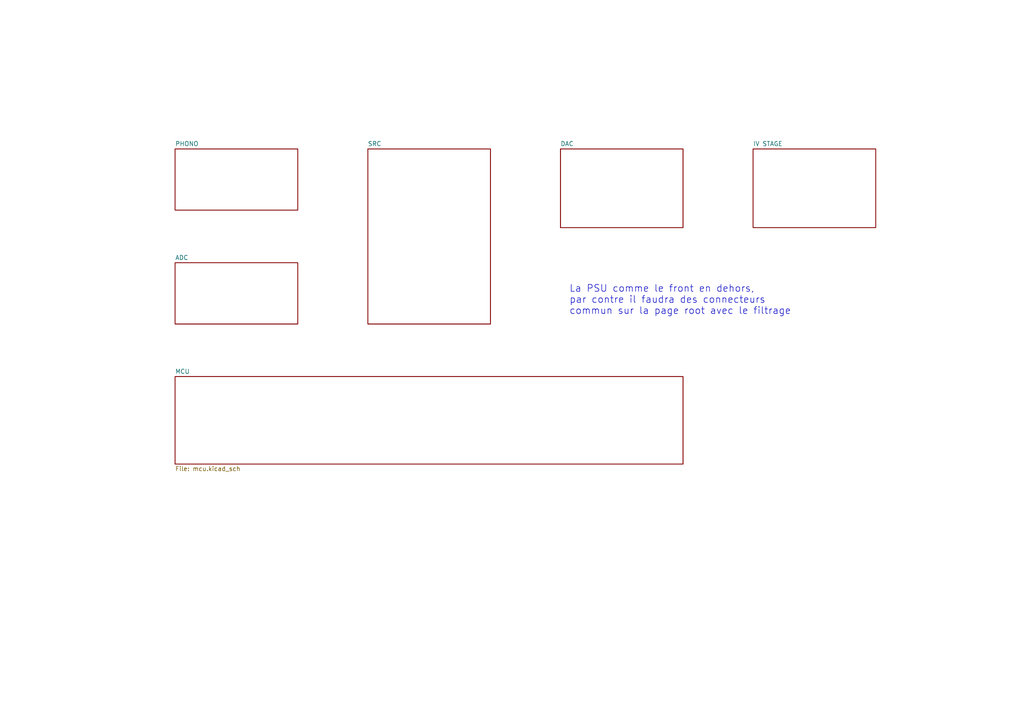
<source format=kicad_sch>
(kicad_sch (version 20230121) (generator eeschema)
  (paper "A4")
  (title_block (title "Main") (date "01/2023") (rev "A") (comment 1 "Preampifier A/D"))
  (lib_symbols
    (symbol "tronixio:CAPACITOR-1206-100N-1P-COG" (pin_numbers hide) (pin_names (offset 0) hide)
      (property "Reference" "C" (at 1.27 2.54 0))
      (property "Value" "CAPACITOR-1206-100N-1P-COG" (at 1.27 -2.54 0))
      (symbol "CAPACITOR-1206-100N-1P-COG_0_1"
        (rectangle (start -1.524 -0.254) (end 1.524 -1.016) (stroke (width 0.001)) (fill (type outline)))
        (rectangle (start -1.524 1.016) (end 1.524 0.254) (stroke (width 0.001)) (fill (type outline)))
      )
      (symbol "CAPACITOR-1206-100N-1P-COG_1_1"
        (pin passive line (at 0 2.54 270) (length 1.905) (name "~") (number "1"))
        (pin passive line (at 0 -2.54 90) (length 1.905) (name "~") (number "2"))
      )
    )
    (symbol "tronixio:KOASPEER-RT-1206-75R-1P" (pin_numbers hide) (pin_names (offset 0) hide)
      (property "Reference" "R" (at 2.54 1.27 0))
      (property "Value" "KOASPEER-RT-1206-75R-1P" (at 2.54 -1.27 0))
      (symbol "KOASPEER-RT-1206-75R-1P_0_1"
        (rectangle (start -1.27 -2.54) (end 1.27 2.54) (stroke (width 0.4)))
      )
      (symbol "KOASPEER-RT-1206-75R-1P_1_1"
        (pin passive line (at 0 5.08 270) (length 2.54) (name "~") (number "1"))
        (pin passive line (at 0 -5.08 90) (length 2.54) (name "~") (number "2"))
      )
    )
    (symbol "tronixio:POWER-GND" (power) (pin_numbers hide) (pin_names (offset 0) hide)
      (symbol "POWER-GND_0_1"
        (rectangle (start -1.778 -2.032) (end 1.778 -1.27) (stroke (width 0.001)) (fill (type outline)))
      )
      (symbol "POWER-GND_1_1"
        (pin power_in line (at 0 0 270) (length 1.27) (name "GND") (number "1"))
      )
    )
    (symbol "tronixio:PULSE-PE-65612NL" (pin_numbers hide) (pin_names (offset 0) hide)
      (property "Reference" "TR" (at 0 5.08 0))
      (property "Value" "PULSE-PE-65612NL" (at 0 -5.08 0))
      (symbol "PULSE-PE-65612NL_0_1"
        (circle (center -2.54 -1.905) (radius 0.127) (fill (type outline)))
        (arc (start -1.8937 -2.54) (mid -1.2699 -1.905) (end -1.8937 -1.27))
        (arc (start -1.8937 -1.27) (mid -1.2699 -0.635) (end -1.8937 0))
        (arc (start -1.8937 0) (mid -1.2699 0.635) (end -1.8937 1.27))
        (arc (start -1.8937 1.27) (mid -1.2699 1.905) (end -1.8937 2.54))
        (polyline (pts (xy -0.635 -2.54) (xy -0.635 2.54)) (stroke (width 0.4)))
        (polyline (pts (xy 0.635 -2.54) (xy 0.635 2.54)) (stroke (width 0.4)))
        (arc (start 1.8937 -1.27) (mid 1.2699 -1.905) (end 1.8937 -2.54))
        (arc (start 1.8937 0) (mid 1.2699 -0.635) (end 1.8937 -1.27))
        (arc (start 1.8937 1.27) (mid 1.2699 0.635) (end 1.8937 0))
        (arc (start 1.8937 2.54) (mid 1.2699 1.905) (end 1.8937 1.27))
        (circle (center 2.54 -1.905) (radius 0.127) (fill (type outline)))
      )
      (symbol "PULSE-PE-65612NL_1_1"
        (pin passive line (at -2.54 -2.54 0) (length 0.64) (name "~") (number "1"))
        (pin passive line (at -2.54 2.54 0) (length 0.64) (name "~") (number "2"))
        (pin passive line (at 2.54 -2.54 180) (length 0.64) (name "~") (number "3"))
        (pin passive line (at 2.54 2.54 180) (length 0.64) (name "~") (number "4"))
      )
    )
    (symbol "tronixio:SWITCHCRAFT-PJRAN1X1U01AUX" (pin_numbers hide) (pin_names (offset 0) hide)
      (property "Reference" "K" (at 2.54 1.27 0))
      (property "Value" "SWITCHCRAFT-PJRAN1X1U01AUX" (at 2.54 -1.27 0))
      (symbol "SWITCHCRAFT-PJRAN1X1U01AUX_0_1"
        (arc (start -1.7437 -0.4942) (mid 0.2563 -1.7942) (end 1.8123 0.0138) (stroke (width 0.254)))
        (arc (start 1.8123 0.0138) (mid 0.2564 1.8221) (end -1.7437 0.5218) (stroke (width 0.254)))
      )
      (symbol "SWITCHCRAFT-PJRAN1X1U01AUX_1_1"
        (circle (center 0 0) (radius 0.898) (stroke (width 0.1)) (fill (type outline)))
        (pin passive line (at 0 -2.54 90) (length 0.635) (name "~") (number "1"))
        (pin passive line (at -2.54 0 0) (length 2.54) (name "~") (number "2"))
      )
    )
    (symbol "tronixio:TOSHIBA-TORX1353-F" (pin_names (offset 0.5) hide)
      (property "Reference" "IR" (at 0 5.08 0))
      (property "Value" "TOSHIBA-TORX1355-F" (at 0 -5.08 0))
      (symbol "TOSHIBA-TORX1353-F_0_1"
        (arc (start -2.54 1.905) (mid -4.4256 0) (end -2.54 -1.905) (stroke (width 0.4)))
        (rectangle (start -2.54 3.81) (end 2.54 -3.81) (stroke (width 0.4)))
        (polyline (pts (xy -6.096 0) (xy -5.08 0)))
        (polyline (pts (xy -5.842 -1.016) (xy -4.826 -1.016)))
        (polyline (pts (xy -5.842 1.016) (xy -4.826 1.016)))
        (polyline (pts (xy -5.08 0) (xy -5.334 -0.254)))
        (polyline (pts (xy -5.08 0) (xy -5.334 0.254)))
        (polyline (pts (xy -4.826 -1.016) (xy -5.08 -1.27)))
        (polyline (pts (xy -4.826 -1.016) (xy -5.08 -0.762)))
        (polyline (pts (xy -4.826 1.016) (xy -5.08 0.762)))
        (polyline (pts (xy -4.826 1.016) (xy -5.08 1.27)))
        (polyline (pts (xy -0.635 -0.635) (xy 0.635 -0.635)) (stroke (width 0.1524)))
        (polyline (pts (xy 0 -1.27) (xy 0 1.27)) (stroke (width 0.1524)))
        (polyline (pts (xy -0.635 0.635) (xy 0.635 0.635) (xy 0 -0.635) (xy -0.635 0.635)) (stroke (width 0.001)) (fill (type outline)))
      )
      (symbol "TOSHIBA-TORX1353-F_1_1"
        (pin output line (at 5.08 0 180) (length 2.54) (name "OUT") (number "1"))
        (pin power_in line (at 5.08 -2.54 180) (length 2.54) (name "GND") (number "2"))
        (pin passive line (at 5.08 2.54 180) (length 2.54) (name "V") (number "3"))
        (pin power_in line (at 0 -5.08 90) (length 1.27) (name "GND") (number "4"))
      )
    )
  )
  (text "La PSU comme le front en dehors,\npar contre il faudra des connecteurs\ncommun sur la page root avec le filtrage\n" (at 165.1 91.44 0) (effects (font (size 2 2)) (justify left bottom)))
  (symbol (lib_id "tronixio:KOASPEER-RT-1206-75R-1P") (at 342.9 157.48 0) (unit 1)
    (property "Reference" "R1" (at 342.9 153.67 0) (effects (font (size 1.15 1.15)) (justify right)))
    (property "Value" "75Ω" (at 342.9 157.48 90) (effects (font (size 1.15 1.15))))
    (property "Footprint" "tronixio:RESISTOR-SMD-1206" (effects hide))
    (property "Datasheet" "https://www.yageo.com/en/Product/Index/rchip/thin_film/rt" (effects hide))
    (property "Tolerance" "1%" (at 342.9 161.29 0) (effects (font (size 1.15 1.15)) (justify right)))
    (property "Mouser" "603-RT1206FRE0775RL" (effects hide))
  )
  (symbol (lib_id "tronixio:SWITCHCRAFT-PJRAN1X1U01AUX") (at 314.96 154.94 0) (mirror y) (unit 1)
    (property "Reference" "K1" (at 314.9256 148.59 0) (effects (font (size 1.15 1.15))))
    (property "Value" "IN" (at 314.9256 151.13 0) (effects (font (size 1.15 1.15))))
    (property "Footprint" "tronixioZZZ:SWITCHCRAFT-PJRAN1X1U" (effects hide))
    (property "Datasheet" "https://www.switchcraft.com/1-position-rca-pcb-mount-rca-jack-no-mounting-holes-unshielded-black/pjran1x1u01x/" (effects hide))
    (property "Mouser" "502-PJRAN1X1U01AUX" (effects hide))
  )
  (symbol (lib_id "tronixio:PULSE-PE-65612NL") (at 332.74 157.48 0) (mirror x) (unit 1)
    (property "Reference" "TR1" (at 332.74 161.29 0) (effects (font (size 1.15 1.15))))
    (property "Value" "65612NL" (at 332.74 152.4 0) (effects (font (size 1.15 1.15))))
    (property "Footprint" "tronixioZZZ:PULSE-PE-65612NL" (effects hide))
    (property "Datasheet" "https://productfinder.pulseelectronics.com/product/pe-65612nl" (effects hide))
    (property "Mouser" "673-PE-65612NL" (effects hide))
  )
  (symbol (lib_id "tronixio:CAPACITOR-1206-100N-1P-COG") (at 353.06 162.56 90) (unit 1)
    (property "Reference" "C2" (at 353.06 160.02 90) (effects (font (size 1.15 1.15))))
    (property "Value" "100N" (at 353.06 165.1 90) (effects (font (size 1.15 1.15))))
    (property "Footprint" "tronixio:CAPACITOR-SMD-1206" (effects hide))
    (property "Voltage" "50V" (effects hide))
    (property "Tolerance" "1%" (at 353.06 167.64 90) (effects (font (size 1.15 1.15))))
    (property "Mouser" "81-GCM31C5C1H104FA16" (effects hide))
  )
  (symbol (lib_id "tronixio:TOSHIBA-TORX1353-F") (at 312.42 175.26 0) (unit 1)
    (property "Reference" "IR1" (at 312.42 167.64 0) (effects (font (size 1.15 1.15))))
    (property "Value" "IN" (at 312.42 170.18 0) (effects (font (size 1.15 1.15))))
    (property "Footprint" "tronixioZZZ:TOSHIBA-TORX135X-F" (effects hide))
    (property "Datasheet" "https://toshiba.semicon-storage.com/info/TORX1350A(F)_datasheet_en_20200312.pdf?did=35629&prodName=TORX1350A(F)" (effects hide))
    (property "Mouser" "757-TORX1355F" (effects hide))
  )
  (symbol (lib_id "tronixio:POWER-GND") (at 312.42 180.34 0) (unit 1)
    (property "Reference" "#PWR01" (effects hide))
    (property "Value" "POWER-GND" (effects hide))
  )
  (symbol (lib_id "tronixio:CAPACITOR-1206-100N-1P-COG") (at 353.06 152.4 90) (unit 1)
    (property "Reference" "C1" (at 353.06 149.86 90) (effects (font (size 1.15 1.15))))
    (property "Value" "100N" (at 353.06 154.94 90) (effects (font (size 1.15 1.15))))
    (property "Footprint" "tronixio:CAPACITOR-SMD-1206" (effects hide))
    (property "Voltage" "50V" (effects hide))
    (property "Tolerance" "1%" (at 353.06 157.48 90) (effects (font (size 1.15 1.15))))
    (property "Mouser" "81-GCM31C5C1H104FA16" (effects hide))
  )
  (sheet (at 162.56 43.18) (size 35.56 22.86) (stroke (width 0.2))
    (property "Sheetname" "DAC" (at 162.56 42.4446 0) (effects (justify left bottom)))
    (property "Sheetfile" "dac.kicad_sch" (effects hide))
  )
  (sheet (at 50.8 76.2) (size 35.56 17.78) (stroke (width 0.2))
    (property "Sheetname" "ADC" (at 50.8 75.4646 0) (effects (justify left bottom)))
    (property "Sheetfile" "adc.kicad_sch" (effects hide))
  )
  (sheet (at 50.8 43.18) (size 35.56 17.78) (stroke (width 0.2))
    (property "Sheetname" "PHONO" (at 50.8 42.4446 0) (effects (justify left bottom)))
    (property "Sheetfile" "phono.kicad_sch" (effects hide))
  )
  (sheet (at 50.8 109.22) (size 147.32 25.4) (stroke (width 0.2))
    (property "Sheetname" "MCU" (at 50.8 108.4846 0) (effects (justify left bottom)))
    (property "Sheetfile" "mcu.kicad_sch" (at 50.8 135.2284 0) (effects (justify left top)))
  )
  (sheet (at 218.44 43.18) (size 35.56 22.86) (stroke (width 0.2))
    (property "Sheetname" "IV STAGE" (at 218.44 42.4446 0) (effects (justify left bottom)))
    (property "Sheetfile" "ivstage.kicad_sch" (effects hide))
  )
  (sheet (at 106.68 43.18) (size 35.56 50.8) (stroke (width 0.2))
    (property "Sheetname" "SRC" (at 106.68 42.4446 0) (effects (justify left bottom)))
    (property "Sheetfile" "src.kicad_sch" (effects hide))
  )
)
</source>
